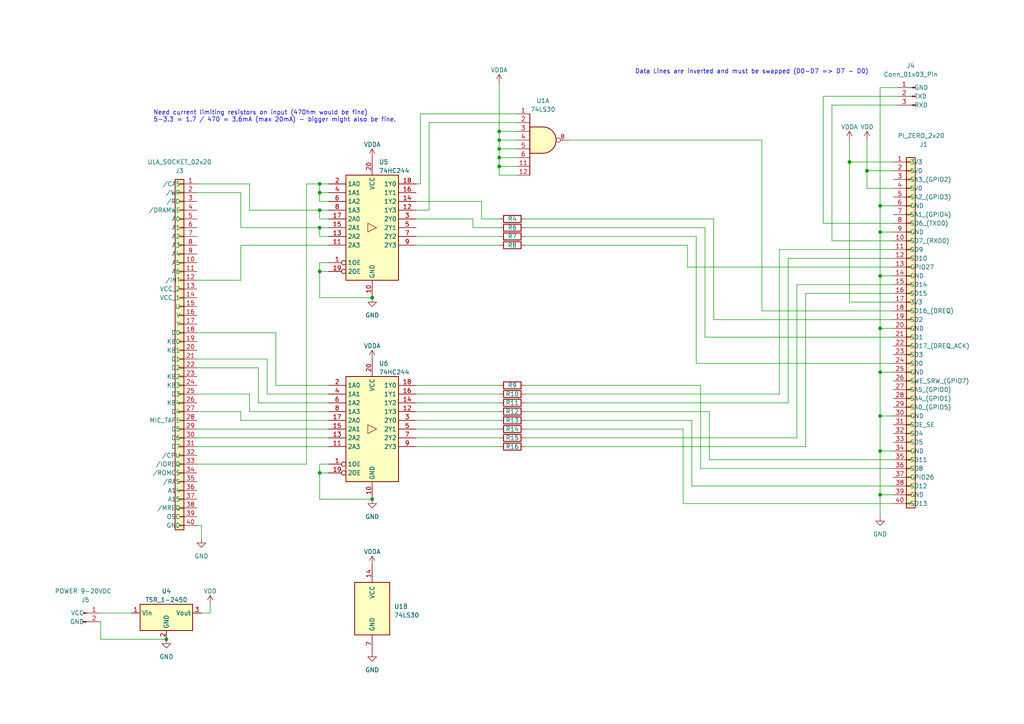
<source format=kicad_sch>
(kicad_sch (version 20230121) (generator eeschema)
  (paper "A4")
  (title_block (title "HD-Speccys") (date "2023-05-14") (rev "1A") (company "RA Sewell"))
  (lib_symbols
    (symbol "74xx:74HC244"
      (property "Reference" "U" (at -7.62 16.51 0))
      (property "Value" "74HC244" (at -7.62 -16.51 0))
      (symbol "74HC244_1_0"
        (polyline (pts (xy 1.27 0) (xy -1.27 1.27) (xy -1.27 -1.27) (xy 1.27 0)) (stroke (width 0.1524)))
        (pin input inverted (at -12.7 -10.16 0) (length 5.08) (name "1OE") (number "1"))
        (pin power_in line (at 0 -20.32 90) (length 5.08) (name "GND") (number "10"))
        (pin input line (at -12.7 -5.08 0) (length 5.08) (name "2A3") (number "11"))
        (pin tri_state line (at 12.7 5.08 180) (length 5.08) (name "1Y3") (number "12"))
        (pin input line (at -12.7 -2.54 0) (length 5.08) (name "2A2") (number "13"))
        (pin tri_state line (at 12.7 7.62 180) (length 5.08) (name "1Y2") (number "14"))
        (pin input line (at -12.7 0 0) (length 5.08) (name "2A1") (number "15"))
        (pin tri_state line (at 12.7 10.16 180) (length 5.08) (name "1Y1") (number "16"))
        (pin input line (at -12.7 2.54 0) (length 5.08) (name "2A0") (number "17"))
        (pin tri_state line (at 12.7 12.7 180) (length 5.08) (name "1Y0") (number "18"))
        (pin input inverted (at -12.7 -12.7 0) (length 5.08) (name "2OE") (number "19"))
        (pin input line (at -12.7 12.7 0) (length 5.08) (name "1A0") (number "2"))
        (pin power_in line (at 0 20.32 270) (length 5.08) (name "VCC") (number "20"))
        (pin tri_state line (at 12.7 2.54 180) (length 5.08) (name "2Y0") (number "3"))
        (pin input line (at -12.7 10.16 0) (length 5.08) (name "1A1") (number "4"))
        (pin tri_state line (at 12.7 0 180) (length 5.08) (name "2Y1") (number "5"))
        (pin input line (at -12.7 7.62 0) (length 5.08) (name "1A2") (number "6"))
        (pin tri_state line (at 12.7 -2.54 180) (length 5.08) (name "2Y2") (number "7"))
        (pin input line (at -12.7 5.08 0) (length 5.08) (name "1A3") (number "8"))
        (pin tri_state line (at 12.7 -5.08 180) (length 5.08) (name "2Y3") (number "9"))
      )
      (symbol "74HC244_1_1"
        (rectangle (start -7.62 15.24) (end 7.62 -15.24) (stroke (width 0.254)) (fill (type background)))
      )
    )
    (symbol "74xx:74LS30" (pin_names (offset 1.016))
      (property "Reference" "U" (at 0 1.27 0))
      (property "Value" "74LS30" (at 0 -1.27 0))
      (symbol "74LS30_1_1"
        (arc (start 0 -3.81) (mid 3.7934 0) (end 0 3.81) (stroke (width 0.254)) (fill (type background)))
        (polyline (pts (xy -3.81 7.62) (xy -3.81 -10.16)) (stroke (width 0.254)))
        (polyline (pts (xy 0 3.81) (xy -3.81 3.81) (xy -3.81 -3.81) (xy 0 -3.81)) (stroke (width 0.254)) (fill (type background)))
        (pin input line (at -7.62 7.62 0) (length 3.81) (name "~") (number "1"))
        (pin input line (at -7.62 -7.62 0) (length 3.81) (name "~") (number "11"))
        (pin input line (at -7.62 -10.16 0) (length 3.81) (name "~") (number "12"))
        (pin input line (at -7.62 5.08 0) (length 3.81) (name "~") (number "2"))
        (pin input line (at -7.62 2.54 0) (length 3.81) (name "~") (number "3"))
        (pin input line (at -7.62 0 0) (length 3.81) (name "~") (number "4"))
        (pin input line (at -7.62 -2.54 0) (length 3.81) (name "~") (number "5"))
        (pin input line (at -7.62 -5.08 0) (length 3.81) (name "~") (number "6"))
        (pin output inverted (at 7.62 0 180) (length 3.81) (name "~") (number "8"))
      )
      (symbol "74LS30_1_2"
        (arc (start -3.81 -3.81) (mid -2.589 0) (end -3.81 3.81) (stroke (width 0.254)))
        (arc (start -0.6096 -3.81) (mid 2.1842 -2.5851) (end 3.81 0) (stroke (width 0.254)) (fill (type background)))
        (polyline (pts (xy -3.81 -3.81) (xy -3.81 -10.16)) (stroke (width 0.254)))
        (polyline (pts (xy -3.81 -3.81) (xy -0.635 -3.81)) (stroke (width 0.254)) (fill (type background)))
        (polyline (pts (xy -3.81 3.81) (xy -0.635 3.81)) (stroke (width 0.254)) (fill (type background)))
        (polyline (pts (xy -3.81 7.62) (xy -3.81 3.81)) (stroke (width 0.254)))
        (polyline (pts (xy -0.635 3.81) (xy -3.81 3.81) (xy -3.81 3.81) (xy -3.556 3.4036) (xy -3.0226 2.2606) (xy -2.6924 1.0414) (xy -2.6162 -0.254) (xy -2.7686 -1.4986) (xy -3.175 -2.7178) (xy -3.81 -3.81) (xy -3.81 -3.81) (xy -0.635 -3.81)) (stroke (width -25.4)) (fill (type background)))
        (arc (start 3.81 0) (mid 2.1915 2.5936) (end -0.6096 3.81) (stroke (width 0.254)) (fill (type background)))
        (pin input inverted (at -7.62 7.62 0) (length 3.81) (name "~") (number "1"))
        (pin input inverted (at -7.62 -7.62 0) (length 3.81) (name "~") (number "11"))
        (pin input inverted (at -7.62 -10.16 0) (length 3.81) (name "~") (number "12"))
        (pin input inverted (at -7.62 5.08 0) (length 3.81) (name "~") (number "2"))
        (pin input inverted (at -7.62 2.54 0) (length 4.5466) (name "~") (number "3"))
        (pin input inverted (at -7.62 0 0) (length 5.08) (name "~") (number "4"))
        (pin input inverted (at -7.62 -2.54 0) (length 4.5466) (name "~") (number "5"))
        (pin input inverted (at -7.62 -5.08 0) (length 3.81) (name "~") (number "6"))
        (pin output line (at 7.62 0 180) (length 3.81) (name "~") (number "8"))
      )
      (symbol "74LS30_2_0"
        (pin power_in line (at 0 12.7 270) (length 5.08) (name "VCC") (number "14"))
        (pin power_in line (at 0 -12.7 90) (length 5.08) (name "GND") (number "7"))
      )
      (symbol "74LS30_2_1"
        (rectangle (start -5.08 7.62) (end 5.08 -7.62) (stroke (width 0.254)) (fill (type background)))
      )
    )
    (symbol "Conn_01x40_1" (pin_names (offset 1.016))
      (property "Reference" "J3" (at 0 -54.61 0))
      (property "Value" "ULA_SOCKET_02x20" (at 0 -57.15 0))
      (symbol "Conn_01x40_1_1_1"
        (rectangle (start -1.27 -50.673) (end 0 -50.927) (stroke (width 0.1524)))
        (rectangle (start -1.27 -48.133) (end 0 -48.387) (stroke (width 0.1524)))
        (rectangle (start -1.27 -45.593) (end 0 -45.847) (stroke (width 0.1524)))
        (rectangle (start -1.27 -43.053) (end 0 -43.307) (stroke (width 0.1524)))
        (rectangle (start -1.27 -40.513) (end 0 -40.767) (stroke (width 0.1524)))
        (rectangle (start -1.27 -37.973) (end 0 -38.227) (stroke (width 0.1524)))
        (rectangle (start -1.27 -35.433) (end 0 -35.687) (stroke (width 0.1524)))
        (rectangle (start -1.27 -32.893) (end 0 -33.147) (stroke (width 0.1524)))
        (rectangle (start -1.27 -30.353) (end 0 -30.607) (stroke (width 0.1524)))
        (rectangle (start -1.27 -27.813) (end 0 -28.067) (stroke (width 0.1524)))
        (rectangle (start -1.27 -25.273) (end 0 -25.527) (stroke (width 0.1524)))
        (rectangle (start -1.27 -22.733) (end 0 -22.987) (stroke (width 0.1524)))
        (rectangle (start -1.27 -20.193) (end 0 -20.447) (stroke (width 0.1524)))
        (rectangle (start -1.27 -17.653) (end 0 -17.907) (stroke (width 0.1524)))
        (rectangle (start -1.27 -15.113) (end 0 -15.367) (stroke (width 0.1524)))
        (rectangle (start -1.27 -12.573) (end 0 -12.827) (stroke (width 0.1524)))
        (rectangle (start -1.27 -10.033) (end 0 -10.287) (stroke (width 0.1524)))
        (rectangle (start -1.27 -7.493) (end 0 -7.747) (stroke (width 0.1524)))
        (rectangle (start -1.27 -4.953) (end 0 -5.207) (stroke (width 0.1524)))
        (rectangle (start -1.27 -2.413) (end 0 -2.667) (stroke (width 0.1524)))
        (rectangle (start -1.27 0.127) (end 0 -0.127) (stroke (width 0.1524)))
        (rectangle (start -1.27 2.667) (end 0 2.413) (stroke (width 0.1524)))
        (rectangle (start -1.27 5.207) (end 0 4.953) (stroke (width 0.1524)))
        (rectangle (start -1.27 7.747) (end 0 7.493) (stroke (width 0.1524)))
        (rectangle (start -1.27 10.287) (end 0 10.033) (stroke (width 0.1524)))
        (rectangle (start -1.27 12.827) (end 0 12.573) (stroke (width 0.1524)))
        (rectangle (start -1.27 15.367) (end 0 15.113) (stroke (width 0.1524)))
        (rectangle (start -1.27 17.907) (end 0 17.653) (stroke (width 0.1524)))
        (rectangle (start -1.27 20.447) (end 0 20.193) (stroke (width 0.1524)))
        (rectangle (start -1.27 22.987) (end 0 22.733) (stroke (width 0.1524)))
        (rectangle (start -1.27 25.527) (end 0 25.273) (stroke (width 0.1524)))
        (rectangle (start -1.27 28.067) (end 0 27.813) (stroke (width 0.1524)))
        (rectangle (start -1.27 30.607) (end 0 30.353) (stroke (width 0.1524)))
        (rectangle (start -1.27 33.147) (end 0 32.893) (stroke (width 0.1524)))
        (rectangle (start -1.27 35.687) (end 0 35.433) (stroke (width 0.1524)))
        (rectangle (start -1.27 38.227) (end 0 37.973) (stroke (width 0.1524)))
        (rectangle (start -1.27 40.767) (end 0 40.513) (stroke (width 0.1524)))
        (rectangle (start -1.27 43.307) (end 0 43.053) (stroke (width 0.1524)))
        (rectangle (start -1.27 45.847) (end 0 45.593) (stroke (width 0.1524)))
        (rectangle (start -1.27 48.387) (end 0 48.133) (stroke (width 0.1524)))
        (rectangle (start -1.27 49.53) (end 1.27 -52.07) (stroke (width 0.254)) (fill (type background)))
        (pin passive line (at -5.08 48.26 0) (length 3.81) (name "/CAS") (number "1"))
        (pin passive line (at -5.08 25.4 0) (length 3.81) (name "A5") (number "10"))
        (pin passive line (at -5.08 22.86 0) (length 3.81) (name "A6") (number "11"))
        (pin passive line (at -5.08 20.32 0) (length 3.81) (name "/INT") (number "12"))
        (pin passive line (at -5.08 17.78 0) (length 3.81) (name "VCC_2") (number "13"))
        (pin passive line (at -5.08 15.24 0) (length 3.81) (name "VCC_1") (number "14"))
        (pin passive line (at -5.08 12.7 0) (length 3.81) (name "U") (number "15"))
        (pin passive line (at -5.08 10.16 0) (length 3.81) (name "V") (number "16"))
        (pin passive line (at -5.08 7.62 0) (length 3.81) (name "Y") (number "17"))
        (pin passive line (at -5.08 5.08 0) (length 3.81) (name "D0") (number "18"))
        (pin passive line (at -5.08 2.54 0) (length 3.81) (name "KB0") (number "19"))
        (pin passive line (at -5.08 45.72 0) (length 3.81) (name "/WR") (number "2"))
        (pin passive line (at -5.08 0 0) (length 3.81) (name "KB1") (number "20"))
        (pin passive line (at -5.08 -2.54 0) (length 3.81) (name "D1") (number "21"))
        (pin passive line (at -5.08 -5.08 0) (length 3.81) (name "D2") (number "22"))
        (pin passive line (at -5.08 -7.62 0) (length 3.81) (name "KB2") (number "23"))
        (pin passive line (at -5.08 -10.16 0) (length 3.81) (name "KB3") (number "24"))
        (pin passive line (at -5.08 -12.7 0) (length 3.81) (name "D3") (number "25"))
        (pin passive line (at -5.08 -15.24 0) (length 3.81) (name "KB4") (number "26"))
        (pin passive line (at -5.08 -17.78 0) (length 3.81) (name "D4") (number "27"))
        (pin passive line (at -5.08 -20.32 0) (length 3.81) (name "MIC_TAPE") (number "28"))
        (pin passive line (at -5.08 -22.86 0) (length 3.81) (name "D5") (number "29"))
        (pin passive line (at -5.08 43.18 0) (length 3.81) (name "/RD") (number "3"))
        (pin passive line (at -5.08 -25.4 0) (length 3.81) (name "D6") (number "30"))
        (pin passive line (at -5.08 -27.94 0) (length 3.81) (name "D7") (number "31"))
        (pin passive line (at -5.08 -30.48 0) (length 3.81) (name "/CPU") (number "32"))
        (pin passive line (at -5.08 -33.02 0) (length 3.81) (name "/IOREQ") (number "33"))
        (pin passive line (at -5.08 -35.56 0) (length 3.81) (name "/ROMCS") (number "34"))
        (pin passive line (at -5.08 -38.1 0) (length 3.81) (name "/RAS") (number "35"))
        (pin passive line (at -5.08 -40.64 0) (length 3.81) (name "A14") (number "36"))
        (pin passive line (at -5.08 -43.18 0) (length 3.81) (name "A15") (number "37"))
        (pin passive line (at -5.08 -45.72 0) (length 3.81) (name "/MREQ") (number "38"))
        (pin passive line (at -5.08 -48.26 0) (length 3.81) (name "OSC") (number "39"))
        (pin passive line (at -5.08 40.64 0) (length 3.81) (name "/DRAMWE") (number "4"))
        (pin passive line (at -5.08 -50.8 0) (length 3.81) (name "GND") (number "40"))
        (pin passive line (at -5.08 38.1 0) (length 3.81) (name "A0") (number "5"))
        (pin passive line (at -5.08 35.56 0) (length 3.81) (name "A1") (number "6"))
        (pin passive line (at -5.08 33.02 0) (length 3.81) (name "A2") (number "7"))
        (pin passive line (at -5.08 30.48 0) (length 3.81) (name "A3") (number "8"))
        (pin passive line (at -5.08 27.94 0) (length 3.81) (name "A4") (number "9"))
      )
    )
    (symbol "Conn_01x40_2" (pin_names (offset 1.016))
      (property "Reference" "J1" (at 2.54 -0.635 0))
      (property "Value" "PI_ZERO_2x20" (at 2.54 -3.175 0))
      (symbol "Conn_01x40_2_1_1"
        (rectangle (start -1.27 -50.673) (end 0 -50.927) (stroke (width 0.1524)))
        (rectangle (start -1.27 -48.133) (end 0 -48.387) (stroke (width 0.1524)))
        (rectangle (start -1.27 -45.593) (end 0 -45.847) (stroke (width 0.1524)))
        (rectangle (start -1.27 -43.053) (end 0 -43.307) (stroke (width 0.1524)))
        (rectangle (start -1.27 -40.513) (end 0 -40.767) (stroke (width 0.1524)))
        (rectangle (start -1.27 -37.973) (end 0 -38.227) (stroke (width 0.1524)))
        (rectangle (start -1.27 -35.433) (end 0 -35.687) (stroke (width 0.1524)))
        (rectangle (start -1.27 -32.893) (end 0 -33.147) (stroke (width 0.1524)))
        (rectangle (start -1.27 -30.353) (end 0 -30.607) (stroke (width 0.1524)))
        (rectangle (start -1.27 -27.813) (end 0 -28.067) (stroke (width 0.1524)))
        (rectangle (start -1.27 -25.273) (end 0 -25.527) (stroke (width 0.1524)))
        (rectangle (start -1.27 -22.733) (end 0 -22.987) (stroke (width 0.1524)))
        (rectangle (start -1.27 -20.193) (end 0 -20.447) (stroke (width 0.1524)))
        (rectangle (start -1.27 -17.653) (end 0 -17.907) (stroke (width 0.1524)))
        (rectangle (start -1.27 -15.113) (end 0 -15.367) (stroke (width 0.1524)))
        (rectangle (start -1.27 -12.573) (end 0 -12.827) (stroke (width 0.1524)))
        (rectangle (start -1.27 -10.033) (end 0 -10.287) (stroke (width 0.1524)))
        (rectangle (start -1.27 -7.493) (end 0 -7.747) (stroke (width 0.1524)))
        (rectangle (start -1.27 -4.953) (end 0 -5.207) (stroke (width 0.1524)))
        (rectangle (start -1.27 -2.413) (end 0 -2.667) (stroke (width 0.1524)))
        (rectangle (start -1.27 0.127) (end 0 -0.127) (stroke (width 0.1524)))
        (rectangle (start -1.27 2.667) (end 0 2.413) (stroke (width 0.1524)))
        (rectangle (start -1.27 5.207) (end 0 4.953) (stroke (width 0.1524)))
        (rectangle (start -1.27 7.747) (end 0 7.493) (stroke (width 0.1524)))
        (rectangle (start -1.27 10.287) (end 0 10.033) (stroke (width 0.1524)))
        (rectangle (start -1.27 12.827) (end 0 12.573) (stroke (width 0.1524)))
        (rectangle (start -1.27 15.367) (end 0 15.113) (stroke (width 0.1524)))
        (rectangle (start -1.27 17.907) (end 0 17.653) (stroke (width 0.1524)))
        (rectangle (start -1.27 20.447) (end 0 20.193) (stroke (width 0.1524)))
        (rectangle (start -1.27 22.987) (end 0 22.733) (stroke (width 0.1524)))
        (rectangle (start -1.27 25.527) (end 0 25.273) (stroke (width 0.1524)))
        (rectangle (start -1.27 28.067) (end 0 27.813) (stroke (width 0.1524)))
        (rectangle (start -1.27 30.607) (end 0 30.353) (stroke (width 0.1524)))
        (rectangle (start -1.27 33.147) (end 0 32.893) (stroke (width 0.1524)))
        (rectangle (start -1.27 35.687) (end 0 35.433) (stroke (width 0.1524)))
        (rectangle (start -1.27 38.227) (end 0 37.973) (stroke (width 0.1524)))
        (rectangle (start -1.27 40.767) (end 0 40.513) (stroke (width 0.1524)))
        (rectangle (start -1.27 43.307) (end 0 43.053) (stroke (width 0.1524)))
        (rectangle (start -1.27 45.847) (end 0 45.593) (stroke (width 0.1524)))
        (rectangle (start -1.27 48.387) (end 0 48.133) (stroke (width 0.1524)))
        (rectangle (start -1.27 49.53) (end 1.27 -52.07) (stroke (width 0.254)) (fill (type background)))
        (pin passive line (at -5.08 48.26 0) (length 3.81) (name "3V3") (number "1"))
        (pin passive line (at -5.08 25.4 0) (length 3.81) (name "SD7_(RXD0)") (number "10"))
        (pin passive line (at -5.08 22.86 0) (length 3.81) (name "SD9") (number "11"))
        (pin passive line (at -5.08 20.32 0) (length 3.81) (name "SD10") (number "12"))
        (pin passive line (at -5.08 17.78 0) (length 3.81) (name "GPIO27") (number "13"))
        (pin passive line (at -5.08 15.24 0) (length 3.81) (name "GND") (number "14"))
        (pin passive line (at -5.08 12.7 0) (length 3.81) (name "SD14") (number "15"))
        (pin passive line (at -5.08 10.16 0) (length 3.81) (name "SD15") (number "16"))
        (pin passive line (at -5.08 7.62 0) (length 3.81) (name "3V3") (number "17"))
        (pin passive line (at -5.08 5.08 0) (length 3.81) (name "SD16_(DREQ)") (number "18"))
        (pin passive line (at -5.08 2.54 0) (length 3.81) (name "SD2") (number "19"))
        (pin passive line (at -5.08 45.72 0) (length 3.81) (name "5V0") (number "2"))
        (pin passive line (at -5.08 0 0) (length 3.81) (name "GND") (number "20"))
        (pin passive line (at -5.08 -2.54 0) (length 3.81) (name "SD1") (number "21"))
        (pin passive line (at -5.08 -5.08 0) (length 3.81) (name "SD17_(DREQ_ACK)") (number "22"))
        (pin passive line (at -5.08 -7.62 0) (length 3.81) (name "SD3") (number "23"))
        (pin passive line (at -5.08 -10.16 0) (length 3.81) (name "SD0") (number "24"))
        (pin passive line (at -5.08 -12.7 0) (length 3.81) (name "GND") (number "25"))
        (pin passive line (at -5.08 -15.24 0) (length 3.81) (name "SWE_SRW_(GPIO7)") (number "26"))
        (pin passive line (at -5.08 -17.78 0) (length 3.81) (name "SA5_(GPIO0)") (number "27"))
        (pin passive line (at -5.08 -20.32 0) (length 3.81) (name "SA4_(GPIO1)") (number "28"))
        (pin passive line (at -5.08 -22.86 0) (length 3.81) (name "SA0_(GPIO5)") (number "29"))
        (pin passive line (at -5.08 43.18 0) (length 3.81) (name "SA3_(GPIO2)") (number "3"))
        (pin passive line (at -5.08 -25.4 0) (length 3.81) (name "GND") (number "30"))
        (pin passive line (at -5.08 -27.94 0) (length 3.81) (name "SOE_SE") (number "31"))
        (pin passive line (at -5.08 -30.48 0) (length 3.81) (name "SD4") (number "32"))
        (pin passive line (at -5.08 -33.02 0) (length 3.81) (name "SD5") (number "33"))
        (pin passive line (at -5.08 -35.56 0) (length 3.81) (name "GND") (number "34"))
        (pin passive line (at -5.08 -38.1 0) (length 3.81) (name "SD11") (number "35"))
        (pin passive line (at -5.08 -40.64 0) (length 3.81) (name "SD8") (number "36"))
        (pin passive line (at -5.08 -43.18 0) (length 3.81) (name "GPIO26") (number "37"))
        (pin passive line (at -5.08 -45.72 0) (length 3.81) (name "SD12") (number "38"))
        (pin passive line (at -5.08 -48.26 0) (length 3.81) (name "GND") (number "39"))
        (pin passive line (at -5.08 40.64 0) (length 3.81) (name "5V0") (number "4"))
        (pin passive line (at -5.08 -50.8 0) (length 3.81) (name "SD13") (number "40"))
        (pin passive line (at -5.08 38.1 0) (length 3.81) (name "SA2_(GPIO3)") (number "5"))
        (pin passive line (at -5.08 35.56 0) (length 3.81) (name "GND") (number "6"))
        (pin passive line (at -5.08 33.02 0) (length 3.81) (name "SA1_(GPIO4)") (number "7"))
        (pin passive line (at -5.08 30.48 0) (length 3.81) (name "SD6_(TXD0)") (number "8"))
        (pin passive line (at -5.08 27.94 0) (length 3.81) (name "GND") (number "9"))
      )
    )
    (symbol "Connector:Conn_01x02_Pin" (pin_names (offset 1.016))
      (property "Reference" "J5" (at 0.635 3.81 0))
      (property "Value" "POWER 9-20VDC" (at 0 6.35 0))
      (symbol "Conn_01x02_Pin_1_1"
        (polyline (pts (xy 1.27 -2.54) (xy 0.8636 -2.54)) (stroke (width 0.1524)))
        (polyline (pts (xy 1.27 0) (xy 0.8636 0)) (stroke (width 0.1524)))
        (rectangle (start 0.8636 -2.413) (end 0 -2.667) (stroke (width 0.1524)) (fill (type outline)))
        (rectangle (start 0.8636 0.127) (end 0 -0.127) (stroke (width 0.1524)) (fill (type outline)))
        (pin passive line (at 5.08 0 180) (length 3.81) (name "VCC") (number "1"))
        (pin passive line (at 5.08 -2.54 180) (length 3.81) (name "GND") (number "2"))
      )
    )
    (symbol "Connector:Conn_01x03_Pin" (pin_names (offset 1.016))
      (property "Reference" "J4" (at 0.635 6.35 0))
      (property "Value" "Conn_01x03_Pin" (at 0.635 3.81 0))
      (symbol "Conn_01x03_Pin_1_1"
        (polyline (pts (xy 1.27 -2.54) (xy 0.8636 -2.54)) (stroke (width 0.1524)))
        (polyline (pts (xy 1.27 0) (xy 0.8636 0)) (stroke (width 0.1524)))
        (polyline (pts (xy 1.27 2.54) (xy 0.8636 2.54)) (stroke (width 0.1524)))
        (rectangle (start 0.8636 -2.413) (end 0 -2.667) (stroke (width 0.1524)) (fill (type outline)))
        (rectangle (start 0.8636 0.127) (end 0 -0.127) (stroke (width 0.1524)) (fill (type outline)))
        (rectangle (start 0.8636 2.667) (end 0 2.413) (stroke (width 0.1524)) (fill (type outline)))
        (pin passive line (at 5.08 2.54 180) (length 3.81) (name "GND") (number "1"))
        (pin passive line (at 5.08 0 180) (length 3.81) (name "TXD") (number "2"))
        (pin passive line (at 5.08 -2.54 180) (length 3.81) (name "RXD") (number "3"))
      )
    )
    (symbol "Device:R" (pin_numbers hide) (pin_names (offset 0))
      (property "Reference" "R" (at 2.032 0 90))
      (property "Value" "R" (at 0 0 90))
      (symbol "R_0_1"
        (rectangle (start -1.016 -2.54) (end 1.016 2.54) (stroke (width 0.254)))
      )
      (symbol "R_1_1"
        (pin passive line (at 0 3.81 270) (length 1.27) (name "~") (number "1"))
        (pin passive line (at 0 -3.81 90) (length 1.27) (name "~") (number "2"))
      )
    )
    (symbol "Regulator_Switching:TSR_1-2450"
      (property "Reference" "U" (at -7.62 6.35 0))
      (property "Value" "TSR_1-2450" (at -1.27 6.35 0))
      (symbol "TSR_1-2450_0_1"
        (rectangle (start -7.62 5.08) (end 7.62 -2.54) (stroke (width 0.254)) (fill (type background)))
      )
      (symbol "TSR_1-2450_1_1"
        (pin power_in line (at -10.16 2.54 0) (length 2.54) (name "Vin") (number "1"))
        (pin power_in line (at 0 -5.08 90) (length 2.54) (name "GND") (number "2"))
        (pin power_out line (at 10.16 2.54 180) (length 2.54) (name "Vout") (number "3"))
      )
    )
    (symbol "power:GND" (power) (pin_names (offset 0))
      (property "Value" "GND" (at 0 -3.81 0))
      (symbol "GND_0_1"
        (polyline (pts (xy 0 0) (xy 0 -1.27) (xy 1.27 -1.27) (xy 0 -2.54) (xy -1.27 -1.27) (xy 0 -1.27)))
      )
      (symbol "GND_1_1"
        (pin power_in line (at 0 0 270) (length 0) hide (name "GND") (number "1"))
      )
    )
    (symbol "power:VDD" (power) (pin_names (offset 0))
      (property "Value" "VDD" (at 0 3.81 0))
      (symbol "VDD_0_1"
        (polyline (pts (xy -0.762 1.27) (xy 0 2.54)))
        (polyline (pts (xy 0 0) (xy 0 2.54)))
        (polyline (pts (xy 0 2.54) (xy 0.762 1.27)))
      )
      (symbol "VDD_1_1"
        (pin power_in line (at 0 0 90) (length 0) hide (name "VDD") (number "1"))
      )
    )
    (symbol "power:VDDA" (power) (pin_names (offset 0))
      (property "Value" "VDDA" (at 0 3.81 0))
      (symbol "VDDA_0_1"
        (polyline (pts (xy -0.762 1.27) (xy 0 2.54)))
        (polyline (pts (xy 0 0) (xy 0 2.54)))
        (polyline (pts (xy 0 2.54) (xy 0.762 1.27)))
      )
      (symbol "VDDA_1_1"
        (pin power_in line (at 0 0 90) (length 0) hide (name "VDDA") (number "1"))
      )
    )
  )
  (junction (at 92.71 60.96))
  (junction (at 92.71 78.74))
  (junction (at 255.27 95.25))
  (junction (at 255.27 120.65))
  (junction (at 255.27 80.01))
  (junction (at 246.38 46.99))
  (junction (at 48.26 185.42))
  (junction (at 255.27 143.51))
  (junction (at 255.27 59.69))
  (junction (at 92.71 55.88))
  (junction (at 144.78 43.18))
  (junction (at 255.27 107.95))
  (junction (at 144.78 45.72))
  (junction (at 144.78 38.1))
  (junction (at 255.27 67.31))
  (junction (at 144.78 40.64))
  (junction (at 92.71 53.34))
  (junction (at 144.78 48.26))
  (junction (at 251.46 49.53))
  (junction (at 107.95 86.36))
  (junction (at 92.71 137.16))
  (junction (at 107.95 144.78))
  (junction (at 255.27 130.81))
  (junction (at 92.71 66.04))
  (wire (pts (xy 241.3 69.85) (xy 241.3 30.48)))
  (wire (pts (xy 259.08 67.31) (xy 255.27 67.31)))
  (wire (pts (xy 152.4 121.92) (xy 200.66 121.92)))
  (wire (pts (xy 144.78 38.1) (xy 149.86 38.1)))
  (wire (pts (xy 205.74 119.38) (xy 205.74 133.35)))
  (wire (pts (xy 120.65 58.42) (xy 139.7 58.42)))
  (wire (pts (xy 57.15 129.54) (xy 95.25 129.54)))
  (wire (pts (xy 92.71 76.2) (xy 95.25 76.2)))
  (wire (pts (xy 259.08 59.69) (xy 255.27 59.69)))
  (wire (pts (xy 92.71 78.74) (xy 92.71 86.36)))
  (wire (pts (xy 92.71 66.04) (xy 92.71 68.58)))
  (wire (pts (xy 231.14 127) (xy 231.14 82.55)))
  (wire (pts (xy 60.96 175.26) (xy 60.96 177.8)))
  (wire (pts (xy 92.71 53.34) (xy 95.25 53.34)))
  (wire (pts (xy 120.65 129.54) (xy 144.78 129.54)))
  (wire (pts (xy 251.46 54.61) (xy 251.46 49.53)))
  (wire (pts (xy 58.42 152.4) (xy 57.15 152.4)))
  (wire (pts (xy 259.08 46.99) (xy 246.38 46.99)))
  (wire (pts (xy 246.38 46.99) (xy 246.38 40.64)))
  (wire (pts (xy 92.71 137.16) (xy 92.71 144.78)))
  (wire (pts (xy 255.27 59.69) (xy 255.27 67.31)))
  (wire (pts (xy 246.38 46.99) (xy 246.38 87.63)))
  (wire (pts (xy 57.15 127) (xy 95.25 127)))
  (wire (pts (xy 255.27 143.51) (xy 255.27 149.86)))
  (wire (pts (xy 152.4 124.46) (xy 198.12 124.46)))
  (wire (pts (xy 255.27 130.81) (xy 255.27 143.51)))
  (wire (pts (xy 74.93 116.84) (xy 74.93 106.68)))
  (wire (pts (xy 220.98 40.64) (xy 220.98 90.17)))
  (wire (pts (xy 201.93 105.41) (xy 259.08 105.41)))
  (wire (pts (xy 259.08 54.61) (xy 251.46 54.61)))
  (wire (pts (xy 69.85 66.04) (xy 92.71 66.04)))
  (wire (pts (xy 259.08 95.25) (xy 255.27 95.25)))
  (wire (pts (xy 120.65 124.46) (xy 144.78 124.46)))
  (wire (pts (xy 144.78 50.8) (xy 144.78 48.26)))
  (wire (pts (xy 152.4 111.76) (xy 203.2 111.76)))
  (wire (pts (xy 58.42 152.4) (xy 58.42 156.21)))
  (wire (pts (xy 124.46 35.56) (xy 149.86 35.56)))
  (wire (pts (xy 255.27 25.4) (xy 255.27 59.69)))
  (wire (pts (xy 120.65 116.84) (xy 144.78 116.84)))
  (wire (pts (xy 57.15 104.14) (xy 77.47 104.14)))
  (wire (pts (xy 238.76 64.77) (xy 238.76 27.94)))
  (wire (pts (xy 120.65 71.12) (xy 144.78 71.12)))
  (wire (pts (xy 165.1 40.64) (xy 220.98 40.64)))
  (wire (pts (xy 255.27 120.65) (xy 255.27 130.81)))
  (wire (pts (xy 231.14 82.55) (xy 259.08 82.55)))
  (wire (pts (xy 69.85 119.38) (xy 69.85 121.92)))
  (wire (pts (xy 60.96 177.8) (xy 58.42 177.8)))
  (wire (pts (xy 149.86 40.64) (xy 144.78 40.64)))
  (wire (pts (xy 152.4 119.38) (xy 205.74 119.38)))
  (wire (pts (xy 92.71 134.62) (xy 92.71 137.16)))
  (wire (pts (xy 255.27 107.95) (xy 255.27 120.65)))
  (wire (pts (xy 95.25 119.38) (xy 72.39 119.38)))
  (wire (pts (xy 144.78 45.72) (xy 144.78 43.18)))
  (wire (pts (xy 95.25 58.42) (xy 92.71 58.42)))
  (wire (pts (xy 72.39 60.96) (xy 72.39 53.34)))
  (wire (pts (xy 259.08 87.63) (xy 246.38 87.63)))
  (wire (pts (xy 228.6 74.93) (xy 259.08 74.93)))
  (wire (pts (xy 29.21 177.8) (xy 38.1 177.8)))
  (wire (pts (xy 152.4 127) (xy 231.14 127)))
  (wire (pts (xy 95.25 63.5) (xy 92.71 63.5)))
  (wire (pts (xy 139.7 58.42) (xy 139.7 63.5)))
  (wire (pts (xy 121.92 53.34) (xy 121.92 33.02)))
  (wire (pts (xy 204.47 66.04) (xy 204.47 97.79)))
  (wire (pts (xy 92.71 53.34) (xy 92.71 55.88)))
  (wire (pts (xy 92.71 78.74) (xy 95.25 78.74)))
  (wire (pts (xy 201.93 68.58) (xy 201.93 105.41)))
  (wire (pts (xy 77.47 114.3) (xy 77.47 104.14)))
  (wire (pts (xy 69.85 71.12) (xy 95.25 71.12)))
  (wire (pts (xy 120.65 119.38) (xy 144.78 119.38)))
  (wire (pts (xy 92.71 60.96) (xy 92.71 63.5)))
  (wire (pts (xy 57.15 106.68) (xy 74.93 106.68)))
  (wire (pts (xy 203.2 135.89) (xy 259.08 135.89)))
  (wire (pts (xy 92.71 144.78) (xy 107.95 144.78)))
  (wire (pts (xy 149.86 48.26) (xy 144.78 48.26)))
  (wire (pts (xy 228.6 116.84) (xy 228.6 74.93)))
  (wire (pts (xy 226.06 72.39) (xy 259.08 72.39)))
  (wire (pts (xy 120.65 114.3) (xy 144.78 114.3)))
  (wire (pts (xy 220.98 90.17) (xy 259.08 90.17)))
  (wire (pts (xy 200.66 140.97) (xy 259.08 140.97)))
  (wire (pts (xy 200.66 121.92) (xy 200.66 140.97)))
  (wire (pts (xy 238.76 27.94) (xy 260.35 27.94)))
  (wire (pts (xy 149.86 50.8) (xy 144.78 50.8)))
  (wire (pts (xy 95.25 134.62) (xy 92.71 134.62)))
  (wire (pts (xy 95.25 111.76) (xy 80.01 111.76)))
  (wire (pts (xy 259.08 130.81) (xy 255.27 130.81)))
  (wire (pts (xy 92.71 86.36) (xy 107.95 86.36)))
  (wire (pts (xy 95.25 55.88) (xy 92.71 55.88)))
  (wire (pts (xy 198.12 146.05) (xy 259.08 146.05)))
  (wire (pts (xy 120.65 63.5) (xy 137.16 63.5)))
  (wire (pts (xy 259.08 120.65) (xy 255.27 120.65)))
  (wire (pts (xy 251.46 40.64) (xy 251.46 49.53)))
  (wire (pts (xy 120.65 111.76) (xy 144.78 111.76)))
  (wire (pts (xy 120.65 121.92) (xy 144.78 121.92)))
  (wire (pts (xy 144.78 40.64) (xy 144.78 43.18)))
  (wire (pts (xy 120.65 127) (xy 144.78 127)))
  (wire (pts (xy 260.35 25.4) (xy 255.27 25.4)))
  (wire (pts (xy 57.15 124.46) (xy 95.25 124.46)))
  (wire (pts (xy 95.25 114.3) (xy 77.47 114.3)))
  (wire (pts (xy 69.85 119.38) (xy 57.15 119.38)))
  (wire (pts (xy 69.85 55.88) (xy 57.15 55.88)))
  (wire (pts (xy 149.86 45.72) (xy 144.78 45.72)))
  (wire (pts (xy 88.9 53.34) (xy 92.71 53.34)))
  (wire (pts (xy 121.92 33.02) (xy 149.86 33.02)))
  (wire (pts (xy 198.12 124.46) (xy 198.12 146.05)))
  (wire (pts (xy 92.71 137.16) (xy 95.25 137.16)))
  (wire (pts (xy 152.4 63.5) (xy 207.01 63.5)))
  (wire (pts (xy 199.39 77.47) (xy 259.08 77.47)))
  (wire (pts (xy 255.27 80.01) (xy 255.27 95.25)))
  (wire (pts (xy 152.4 66.04) (xy 204.47 66.04)))
  (wire (pts (xy 241.3 30.48) (xy 260.35 30.48)))
  (wire (pts (xy 120.65 68.58) (xy 144.78 68.58)))
  (wire (pts (xy 72.39 60.96) (xy 92.71 60.96)))
  (wire (pts (xy 207.01 63.5) (xy 207.01 92.71)))
  (wire (pts (xy 259.08 80.01) (xy 255.27 80.01)))
  (wire (pts (xy 233.68 85.09) (xy 259.08 85.09)))
  (wire (pts (xy 139.7 63.5) (xy 144.78 63.5)))
  (wire (pts (xy 29.21 185.42) (xy 48.26 185.42)))
  (wire (pts (xy 251.46 49.53) (xy 259.08 49.53)))
  (wire (pts (xy 144.78 24.13) (xy 144.78 38.1)))
  (wire (pts (xy 137.16 63.5) (xy 137.16 66.04)))
  (wire (pts (xy 57.15 96.52) (xy 80.01 96.52)))
  (wire (pts (xy 72.39 119.38) (xy 72.39 114.3)))
  (wire (pts (xy 149.86 43.18) (xy 144.78 43.18)))
  (wire (pts (xy 29.21 180.34) (xy 29.21 185.42)))
  (wire (pts (xy 255.27 67.31) (xy 255.27 80.01)))
  (wire (pts (xy 137.16 66.04) (xy 144.78 66.04)))
  (wire (pts (xy 95.25 66.04) (xy 92.71 66.04)))
  (wire (pts (xy 88.9 134.62) (xy 57.15 134.62)))
  (wire (pts (xy 57.15 114.3) (xy 72.39 114.3)))
  (wire (pts (xy 80.01 111.76) (xy 80.01 96.52)))
  (wire (pts (xy 152.4 71.12) (xy 199.39 71.12)))
  (wire (pts (xy 72.39 53.34) (xy 57.15 53.34)))
  (wire (pts (xy 69.85 81.28) (xy 57.15 81.28)))
  (wire (pts (xy 92.71 68.58) (xy 95.25 68.58)))
  (wire (pts (xy 92.71 58.42) (xy 92.71 55.88)))
  (wire (pts (xy 69.85 71.12) (xy 69.85 81.28)))
  (wire (pts (xy 124.46 35.56) (xy 124.46 60.96)))
  (wire (pts (xy 259.08 64.77) (xy 238.76 64.77)))
  (wire (pts (xy 152.4 68.58) (xy 201.93 68.58)))
  (wire (pts (xy 199.39 71.12) (xy 199.39 77.47)))
  (wire (pts (xy 92.71 78.74) (xy 92.71 76.2)))
  (wire (pts (xy 69.85 55.88) (xy 69.85 66.04)))
  (wire (pts (xy 259.08 107.95) (xy 255.27 107.95)))
  (wire (pts (xy 233.68 129.54) (xy 233.68 85.09)))
  (wire (pts (xy 152.4 129.54) (xy 233.68 129.54)))
  (wire (pts (xy 226.06 114.3) (xy 226.06 72.39)))
  (wire (pts (xy 152.4 116.84) (xy 228.6 116.84)))
  (wire (pts (xy 259.08 69.85) (xy 241.3 69.85)))
  (wire (pts (xy 203.2 111.76) (xy 203.2 135.89)))
  (wire (pts (xy 204.47 97.79) (xy 259.08 97.79)))
  (wire (pts (xy 152.4 114.3) (xy 226.06 114.3)))
  (wire (pts (xy 95.25 116.84) (xy 74.93 116.84)))
  (wire (pts (xy 207.01 92.71) (xy 259.08 92.71)))
  (wire (pts (xy 205.74 133.35) (xy 259.08 133.35)))
  (wire (pts (xy 144.78 48.26) (xy 144.78 45.72)))
  (wire (pts (xy 255.27 95.25) (xy 255.27 107.95)))
  (wire (pts (xy 95.25 121.92) (xy 69.85 121.92)))
  (wire (pts (xy 259.08 143.51) (xy 255.27 143.51)))
  (wire (pts (xy 144.78 38.1) (xy 144.78 40.64)))
  (wire (pts (xy 88.9 53.34) (xy 88.9 134.62)))
  (wire (pts (xy 124.46 60.96) (xy 120.65 60.96)))
  (wire (pts (xy 92.71 60.96) (xy 95.25 60.96)))
  (wire (pts (xy 120.65 53.34) (xy 121.92 53.34)))
  (text "Data Lines are inverted and must be swapped (D0-D7 => D7 - D0)" (at 184.15 21.59 0) (effects (font (size 1.27 1.27)) (justify left bottom)))
  (text "Need current limiting resistors on input (470hm would be fine)\n5-3.3 = 1.7 / 470 = 3.6mA (max 20mA) - bigger might also be fine." (at 44.45 35.56 0) (effects (font (size 1.27 1.27)) (justify left bottom)))
  (symbol (lib_id "Regulator_Switching:TSR_1-2450") (at 48.26 180.34 0) (unit 1)
    (property "Reference" "U4" (at 48.26 171.45 0))
    (property "Value" "TSR_1-2450" (at 48.26 173.99 0))
    (property "Footprint" "Converter_DCDC:Converter_DCDC_TRACO_TSR-1_THT" (effects hide))
    (property "Datasheet" "http://www.tracopower.com/products/tsr1.pdf" (effects hide))
  )
  (symbol (lib_id "power:VDD") (at 251.46 40.64 0) (unit 1)
    (property "Reference" "#PWR07" (effects hide))
    (property "Value" "VDD" (at 251.46 36.83 0))
  )
  (symbol (lib_id "power:VDDA") (at 144.78 24.13 0) (unit 1)
    (property "Reference" "#PWR013" (effects hide))
    (property "Value" "VDDA" (at 144.78 20.32 0))
  )
  (symbol (lib_id "power:GND") (at 48.26 185.42 0) (unit 1)
    (property "Reference" "#PWR012" (effects hide))
    (property "Value" "GND" (at 48.26 190.5 0))
  )
  (symbol (lib_id "Device:R") (at 148.59 116.84 270) (unit 1)
    (property "Reference" "R11" (at 148.59 116.84 90))
    (property "Value" "R" (effects hide))
    (property "Footprint" "Resistor_SMD:R_0603_1608Metric_Pad0.98x0.95mm_HandSolder" (effects hide))
  )
  (symbol (lib_id "74xx:74HC244") (at 107.95 66.04 0) (unit 1)
    (property "Reference" "U5" (at 109.9059 46.99 0) (effects (justify left)))
    (property "Value" "74HC244" (at 109.9059 49.53 0) (effects (justify left)))
    (property "Footprint" "Package_DIP:DIP-20_W7.62mm_Socket" (effects hide))
    (property "Datasheet" "https://assets.nexperia.com/documents/data-sheet/74HC_HCT244.pdf" (effects hide))
  )
  (symbol (lib_id "power:VDD") (at 60.96 175.26 0) (unit 1)
    (property "Reference" "#PWR011" (effects hide))
    (property "Value" "VDD" (at 60.96 171.45 0))
  )
  (symbol (lib_id "power:GND") (at 255.27 149.86 0) (unit 1)
    (property "Reference" "#PWR09" (effects hide))
    (property "Value" "GND" (at 255.27 154.94 0))
  )
  (symbol (lib_id "Device:R") (at 148.59 68.58 270) (unit 1)
    (property "Reference" "R7" (at 148.59 68.58 90))
    (property "Value" "R" (effects hide))
    (property "Footprint" "Resistor_SMD:R_0603_1608Metric_Pad0.98x0.95mm_HandSolder" (effects hide))
  )
  (symbol (lib_id "power:VDDA") (at 107.95 45.72 0) (unit 1)
    (property "Reference" "#PWR01" (effects hide))
    (property "Value" "VDDA" (at 107.95 41.91 0))
  )
  (symbol (lib_id "Device:R") (at 148.59 71.12 270) (unit 1)
    (property "Reference" "R8" (at 148.59 71.12 90))
    (property "Value" "R" (effects hide))
    (property "Footprint" "Resistor_SMD:R_0603_1608Metric_Pad0.98x0.95mm_HandSolder" (effects hide))
  )
  (symbol (lib_id "Connector:Conn_01x02_Pin") (at 24.13 177.8 0) (unit 1)
    (property "Reference" "J5" (at 24.765 173.99 0))
    (property "Value" "POWER 9-20VDC" (at 24.13 171.45 0))
    (property "Footprint" "Connector_PinHeader_2.54mm:PinHeader_1x02_P2.54mm_Horizontal" (effects hide))
  )
  (symbol (lib_name "Conn_01x40_1") (lib_id "Connector_Generic:Conn_01x40") (at 52.07 101.6 0) (mirror y) (unit 1)
    (property "Reference" "J3" (at 52.07 49.53 0))
    (property "Value" "ULA_SOCKET_02x20" (at 52.07 46.99 0))
    (property "Footprint" "Package_DIP:DIP-40_W15.24mm_Socket" (effects hide))
  )
  (symbol (lib_id "Connector:Conn_01x03_Pin") (at 265.43 27.94 0) (mirror y) (unit 1)
    (property "Reference" "J4" (at 264.16 19.05 0))
    (property "Value" "Conn_01x03_Pin" (at 264.16 21.59 0))
    (property "Footprint" "Connector_PinHeader_2.54mm:PinHeader_1x03_P2.54mm_Vertical" (effects hide))
  )
  (symbol (lib_id "power:GND") (at 58.42 156.21 0) (unit 1)
    (property "Reference" "#PWR06" (effects hide))
    (property "Value" "GND" (at 58.42 161.29 0))
  )
  (symbol (lib_id "74xx:74LS30") (at 157.48 40.64 0) (unit 1)
    (property "Reference" "U1" (at 157.4717 29.21 0))
    (property "Value" "74LS30" (at 157.4717 31.75 0))
    (property "Footprint" "Package_DIP:DIP-14_W7.62mm" (effects hide))
    (property "Datasheet" "http://www.ti.com/lit/gpn/sn74LS30" (effects hide))
  )
  (symbol (lib_id "power:GND") (at 107.95 144.78 0) (unit 1)
    (property "Reference" "#PWR02" (effects hide))
    (property "Value" "GND" (at 107.95 149.86 0))
  )
  (symbol (lib_id "Device:R") (at 148.59 111.76 270) (unit 1)
    (property "Reference" "R9" (at 148.59 111.76 90))
    (property "Value" "R" (effects hide))
    (property "Footprint" "Resistor_SMD:R_0603_1608Metric_Pad0.98x0.95mm_HandSolder" (effects hide))
  )
  (symbol (lib_id "Device:R") (at 148.59 121.92 270) (unit 1)
    (property "Reference" "R13" (at 148.59 121.92 90))
    (property "Value" "R" (effects hide))
    (property "Footprint" "Resistor_SMD:R_0603_1608Metric_Pad0.98x0.95mm_HandSolder" (effects hide))
  )
  (symbol (lib_id "power:VDDA") (at 246.38 40.64 0) (unit 1)
    (property "Reference" "#PWR08" (effects hide))
    (property "Value" "VDDA" (at 246.38 36.83 0))
  )
  (symbol (lib_id "power:VDDA") (at 107.95 163.83 0) (unit 1)
    (property "Reference" "#PWR010" (effects hide))
    (property "Value" "VDDA" (at 107.95 160.02 0))
  )
  (symbol (lib_id "Device:R") (at 148.59 63.5 270) (unit 1)
    (property "Reference" "R4" (at 148.59 63.5 90))
    (property "Value" "R" (effects hide))
    (property "Footprint" "Resistor_SMD:R_0603_1608Metric_Pad0.98x0.95mm_HandSolder" (effects hide))
  )
  (symbol (lib_id "Device:R") (at 148.59 129.54 270) (unit 1)
    (property "Reference" "R16" (at 148.59 129.54 90))
    (property "Value" "R" (effects hide))
    (property "Footprint" "Resistor_SMD:R_0603_1608Metric_Pad0.98x0.95mm_HandSolder" (effects hide))
  )
  (symbol (lib_id "power:VDDA") (at 107.95 104.14 0) (unit 1)
    (property "Reference" "#PWR05" (effects hide))
    (property "Value" "VDDA" (at 107.95 100.33 0))
  )
  (symbol (lib_id "Device:R") (at 148.59 124.46 270) (unit 1)
    (property "Reference" "R14" (at 148.59 124.46 90))
    (property "Value" "R" (effects hide))
    (property "Footprint" "Resistor_SMD:R_0603_1608Metric_Pad0.98x0.95mm_HandSolder" (effects hide))
  )
  (symbol (lib_id "Device:R") (at 148.59 114.3 270) (unit 1)
    (property "Reference" "R10" (at 148.59 114.3 90))
    (property "Value" "R" (effects hide))
    (property "Footprint" "Resistor_SMD:R_0603_1608Metric_Pad0.98x0.95mm_HandSolder" (effects hide))
  )
  (symbol (lib_id "74xx:74LS30") (at 107.95 176.53 0) (unit 2)
    (property "Reference" "U1" (at 114.3 175.895 0) (effects (justify left)))
    (property "Value" "74LS30" (at 114.3 178.435 0) (effects (justify left)))
    (property "Footprint" "Package_DIP:DIP-14_W7.62mm" (effects hide))
    (property "Datasheet" "http://www.ti.com/lit/gpn/sn74LS30" (effects hide))
  )
  (symbol (lib_id "power:GND") (at 107.95 189.23 0) (unit 1)
    (property "Reference" "#PWR04" (effects hide))
    (property "Value" "GND" (at 107.95 194.31 0))
  )
  (symbol (lib_id "Device:R") (at 148.59 127 270) (unit 1)
    (property "Reference" "R15" (at 148.59 127 90))
    (property "Value" "R" (effects hide))
    (property "Footprint" "Resistor_SMD:R_0603_1608Metric_Pad0.98x0.95mm_HandSolder" (effects hide))
  )
  (symbol (lib_id "Device:R") (at 148.59 119.38 270) (unit 1)
    (property "Reference" "R12" (at 148.59 119.38 90))
    (property "Value" "R" (effects hide))
    (property "Footprint" "Resistor_SMD:R_0603_1608Metric_Pad0.98x0.95mm_HandSolder" (effects hide))
  )
  (symbol (lib_id "power:GND") (at 107.95 86.36 0) (unit 1)
    (property "Reference" "#PWR03" (effects hide))
    (property "Value" "GND" (at 107.95 91.44 0))
  )
  (symbol (lib_id "Device:R") (at 148.59 66.04 270) (unit 1)
    (property "Reference" "R6" (at 148.59 66.04 90))
    (property "Value" "R" (effects hide))
    (property "Footprint" "Resistor_SMD:R_0603_1608Metric_Pad0.98x0.95mm_HandSolder" (effects hide))
  )
  (symbol (lib_name "Conn_01x40_2") (lib_id "Connector_Generic:Conn_01x40") (at 264.16 95.25 0) (unit 1)
    (property "Reference" "J1" (at 266.7 41.91 0) (effects (justify left)))
    (property "Value" "PI_ZERO_2x20" (at 260.35 39.37 0) (effects (justify left)))
    (property "Footprint" "Module:Raspberry_Pi_Zero_Socketed_THT_FaceDown_MountingHoles" (effects hide))
  )
  (symbol (lib_id "74xx:74HC244") (at 107.95 124.46 0) (unit 1)
    (property "Reference" "U6" (at 109.9059 105.41 0) (effects (justify left)))
    (property "Value" "74HC244" (at 109.9059 107.95 0) (effects (justify left)))
    (property "Footprint" "Package_DIP:DIP-20_W7.62mm_Socket" (effects hide))
    (property "Datasheet" "https://assets.nexperia.com/documents/data-sheet/74HC_HCT244.pdf" (effects hide))
  )
)
</source>
